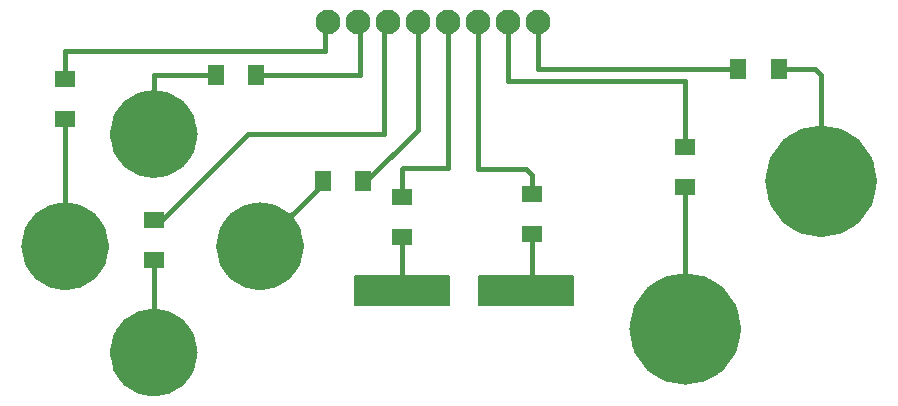
<source format=gbr>
%TF.GenerationSoftware,KiCad,Pcbnew,8.0.6*%
%TF.CreationDate,2024-10-27T14:48:02-04:00*%
%TF.ProjectId,gameboy,67616d65-626f-4792-9e6b-696361645f70,rev?*%
%TF.SameCoordinates,Original*%
%TF.FileFunction,Copper,L1,Top*%
%TF.FilePolarity,Positive*%
%FSLAX46Y46*%
G04 Gerber Fmt 4.6, Leading zero omitted, Abs format (unit mm)*
G04 Created by KiCad (PCBNEW 8.0.6) date 2024-10-27 14:48:02*
%MOMM*%
%LPD*%
G01*
G04 APERTURE LIST*
%TA.AperFunction,Conductor*%
%ADD10C,4.709772*%
%TD*%
%TA.AperFunction,Conductor*%
%ADD11C,0.200000*%
%TD*%
%TA.AperFunction,Conductor*%
%ADD12C,3.705551*%
%TD*%
%TA.AperFunction,SMDPad,CuDef*%
%ADD13R,1.700000X1.400000*%
%TD*%
%TA.AperFunction,ComponentPad*%
%ADD14C,2.100000*%
%TD*%
%TA.AperFunction,SMDPad,CuDef*%
%ADD15R,1.400000X1.700000*%
%TD*%
%TA.AperFunction,Conductor*%
%ADD16C,0.400000*%
%TD*%
G04 APERTURE END LIST*
%TO.N,unconnected-(R3-Pad2)*%
D10*
X187854886Y-76000000D02*
G75*
G02*
X183145114Y-76000000I-2354886J0D01*
G01*
X183145114Y-76000000D02*
G75*
G02*
X187854886Y-76000000I2354886J0D01*
G01*
%TO.N,unconnected-(R1-Pad1)*%
D11*
X156500000Y-84000000D02*
X164500000Y-84000000D01*
X164500000Y-86500000D01*
X156500000Y-86500000D01*
X156500000Y-84000000D01*
%TA.AperFunction,Conductor*%
G36*
X156500000Y-84000000D02*
G01*
X164500000Y-84000000D01*
X164500000Y-86500000D01*
X156500000Y-86500000D01*
X156500000Y-84000000D01*
G37*
%TD.AperFunction*%
%TO.N,unconnected-(R2-Pad1)*%
X146000000Y-84000000D02*
X154000000Y-84000000D01*
X154000000Y-86500000D01*
X146000000Y-86500000D01*
X146000000Y-84000000D01*
%TA.AperFunction,Conductor*%
G36*
X146000000Y-84000000D02*
G01*
X154000000Y-84000000D01*
X154000000Y-86500000D01*
X146000000Y-86500000D01*
X146000000Y-84000000D01*
G37*
%TD.AperFunction*%
%TO.N,unconnected-(R5-Pad1)*%
D12*
X139852775Y-81500000D02*
G75*
G02*
X136147225Y-81500000I-1852775J0D01*
G01*
X136147225Y-81500000D02*
G75*
G02*
X139852775Y-81500000I1852775J0D01*
G01*
%TO.N,unconnected-(R6-Pad1)*%
X130852775Y-90500000D02*
G75*
G02*
X127147225Y-90500000I-1852775J0D01*
G01*
X127147225Y-90500000D02*
G75*
G02*
X130852775Y-90500000I1852775J0D01*
G01*
%TO.N,unconnected-(R7-Pad1)*%
X130852775Y-72000000D02*
G75*
G02*
X127147225Y-72000000I-1852775J0D01*
G01*
X127147225Y-72000000D02*
G75*
G02*
X130852775Y-72000000I1852775J0D01*
G01*
%TO.N,unconnected-(R4-Pad1)*%
D10*
X176354886Y-88500000D02*
G75*
G02*
X171645114Y-88500000I-2354886J0D01*
G01*
X171645114Y-88500000D02*
G75*
G02*
X176354886Y-88500000I2354886J0D01*
G01*
%TO.N,unconnected-(R8-Pad1)*%
D12*
X123352775Y-81500000D02*
G75*
G02*
X119647225Y-81500000I-1852775J0D01*
G01*
X119647225Y-81500000D02*
G75*
G02*
X123352775Y-81500000I1852775J0D01*
G01*
%TD*%
D13*
%TO.P,R1,1*%
%TO.N,unconnected-(R1-Pad1)*%
X161000000Y-80500000D03*
%TO.P,R1,2*%
%TO.N,unconnected-(R1-Pad2)*%
X161000000Y-77100000D03*
%TD*%
D14*
%TO.P,J1,1,Pin_1*%
%TO.N,unconnected-(J1-Pin_1-Pad1)*%
X143720000Y-62500000D03*
%TO.P,J1,2,Pin_2*%
%TO.N,unconnected-(J1-Pin_2-Pad2)*%
X146260000Y-62500000D03*
%TO.P,J1,3,Pin_3*%
%TO.N,unconnected-(J1-Pin_3-Pad3)*%
X148800000Y-62500000D03*
%TO.P,J1,4,Pin_4*%
%TO.N,unconnected-(J1-Pin_4-Pad4)*%
X151340000Y-62500000D03*
%TO.P,J1,5,Pin_5*%
%TO.N,unconnected-(J1-Pin_5-Pad5)*%
X153880000Y-62500000D03*
%TO.P,J1,6,Pin_6*%
%TO.N,unconnected-(J1-Pin_6-Pad6)*%
X156420000Y-62500000D03*
%TO.P,J1,7,Pin_7*%
%TO.N,unconnected-(J1-Pin_7-Pad7)*%
X158960000Y-62500000D03*
%TO.P,J1,8,Pin_8*%
%TO.N,unconnected-(J1-Pin_8-Pad8)*%
X161500000Y-62500000D03*
%TD*%
D15*
%TO.P,R3,1*%
%TO.N,unconnected-(R3-Pad1)*%
X178500000Y-66500000D03*
%TO.P,R3,2*%
%TO.N,unconnected-(R3-Pad2)*%
X181900000Y-66500000D03*
%TD*%
D13*
%TO.P,R4,1*%
%TO.N,unconnected-(R4-Pad1)*%
X174000000Y-76500000D03*
%TO.P,R4,2*%
%TO.N,unconnected-(R4-Pad2)*%
X174000000Y-73100000D03*
%TD*%
%TO.P,R8,1*%
%TO.N,unconnected-(R8-Pad1)*%
X121500000Y-70700000D03*
%TO.P,R8,2*%
%TO.N,unconnected-(R8-Pad2)*%
X121500000Y-67300000D03*
%TD*%
%TO.P,R6,1*%
%TO.N,unconnected-(R6-Pad1)*%
X129000000Y-82700000D03*
%TO.P,R6,2*%
%TO.N,unconnected-(R6-Pad2)*%
X129000000Y-79300000D03*
%TD*%
%TO.P,R2,1*%
%TO.N,unconnected-(R2-Pad1)*%
X150000000Y-80700000D03*
%TO.P,R2,2*%
%TO.N,unconnected-(R2-Pad2)*%
X150000000Y-77300000D03*
%TD*%
D15*
%TO.P,R7,1*%
%TO.N,unconnected-(R7-Pad1)*%
X134300000Y-67000000D03*
%TO.P,R7,2*%
%TO.N,unconnected-(R7-Pad2)*%
X137700000Y-67000000D03*
%TD*%
%TO.P,R5,1*%
%TO.N,unconnected-(R5-Pad1)*%
X143300000Y-76000000D03*
%TO.P,R5,2*%
%TO.N,unconnected-(R5-Pad2)*%
X146700000Y-76000000D03*
%TD*%
D16*
%TO.N,unconnected-(J1-Pin_1-Pad1)*%
X125100000Y-65000000D02*
X121500000Y-65000000D01*
%TO.N,unconnected-(J1-Pin_6-Pad6)*%
X156420000Y-74920000D02*
X156500000Y-75000000D01*
X156500000Y-75000000D02*
X160500000Y-75000000D01*
X161000000Y-75500000D02*
X161000000Y-77000000D01*
X160500000Y-75000000D02*
X161000000Y-75500000D01*
X156420000Y-62500000D02*
X156420000Y-74920000D01*
%TO.N,unconnected-(J1-Pin_4-Pad4)*%
X151500000Y-62660000D02*
X151340000Y-62500000D01*
X151340000Y-62500000D02*
X151340000Y-71160000D01*
X151340000Y-71660000D02*
X147000000Y-76000000D01*
X151340000Y-71160000D02*
X151340000Y-71660000D01*
%TO.N,unconnected-(J1-Pin_7-Pad7)*%
X159000000Y-64227767D02*
X159000000Y-62540000D01*
X159000000Y-62540000D02*
X158960000Y-62500000D01*
X174000000Y-67500000D02*
X174000000Y-72500000D01*
X159000000Y-67500000D02*
X174000000Y-67500000D01*
X159000000Y-64227767D02*
X159000000Y-67500000D01*
%TO.N,unconnected-(J1-Pin_1-Pad1)*%
X125100000Y-65000000D02*
X143500000Y-65000000D01*
X143500000Y-65000000D02*
X143500000Y-62500000D01*
%TO.N,unconnected-(J1-Pin_2-Pad2)*%
X146500000Y-62740000D02*
X146260000Y-62500000D01*
%TO.N,unconnected-(J1-Pin_5-Pad5)*%
X153880000Y-62500000D02*
X153880000Y-74880000D01*
X153880000Y-74880000D02*
X150120000Y-74880000D01*
%TO.N,unconnected-(J1-Pin_8-Pad8)*%
X161500000Y-62500000D02*
X161500000Y-66500000D01*
%TO.N,unconnected-(J1-Pin_3-Pad3)*%
X142400000Y-72000000D02*
X148500000Y-72000000D01*
X148500000Y-72000000D02*
X148500000Y-63000000D01*
X142400000Y-72000000D02*
X137000000Y-72000000D01*
%TO.N,unconnected-(R1-Pad1)*%
X161000000Y-80500000D02*
X161000000Y-85000000D01*
%TO.N,unconnected-(R2-Pad1)*%
X150000000Y-85250000D02*
X150000000Y-81000000D01*
%TO.N,unconnected-(R2-Pad2)*%
X150000000Y-77300000D02*
X150000000Y-75000000D01*
%TO.N,unconnected-(R3-Pad2)*%
X185500000Y-67000000D02*
X185000000Y-66500000D01*
X185500000Y-72390228D02*
X185500000Y-67000000D01*
X185000000Y-66500000D02*
X182500000Y-66500000D01*
%TO.N,unconnected-(R3-Pad1)*%
X178500000Y-66500000D02*
X161500000Y-66500000D01*
%TO.N,unconnected-(R4-Pad1)*%
X174000000Y-76500000D02*
X174000000Y-84000000D01*
%TO.N,unconnected-(R5-Pad1)*%
X143300000Y-76200000D02*
X138000000Y-81500000D01*
X143300000Y-76000000D02*
X143300000Y-76200000D01*
%TO.N,unconnected-(R6-Pad1)*%
X129000000Y-82700000D02*
X129000000Y-90500000D01*
%TO.N,unconnected-(R6-Pad2)*%
X129700000Y-79300000D02*
X137000000Y-72000000D01*
X129000000Y-79300000D02*
X129700000Y-79300000D01*
%TO.N,unconnected-(R7-Pad2)*%
X137700000Y-67000000D02*
X146500000Y-67000000D01*
X146500000Y-67000000D02*
X146500000Y-63000000D01*
%TO.N,unconnected-(R7-Pad1)*%
X129000000Y-72000000D02*
X129000000Y-67000000D01*
X129000000Y-67000000D02*
X134000000Y-67000000D01*
%TO.N,unconnected-(R8-Pad2)*%
X121500000Y-65000000D02*
X121500000Y-67000000D01*
%TO.N,unconnected-(R8-Pad1)*%
X121500000Y-70700000D02*
X121500000Y-81000000D01*
%TD*%
M02*

</source>
